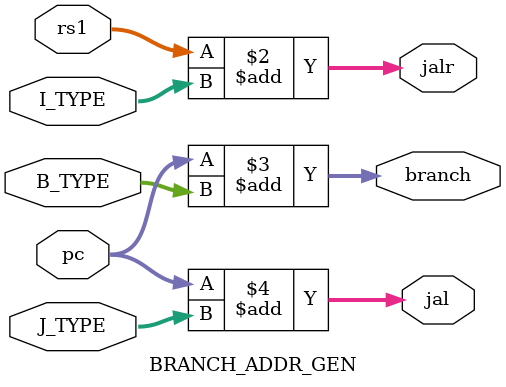
<source format=sv>
`timescale 1ns / 1ps


module BRANCH_ADDR_GEN(
    input logic [31:0] pc, J_TYPE, B_TYPE, I_TYPE, rs1, 
    output logic [31:0] jalr, branch, jal
    );

    
    always_comb begin
        jalr = rs1 + I_TYPE;
        branch = pc + B_TYPE;
        jal = pc + J_TYPE;
        end
    
endmodule

</source>
